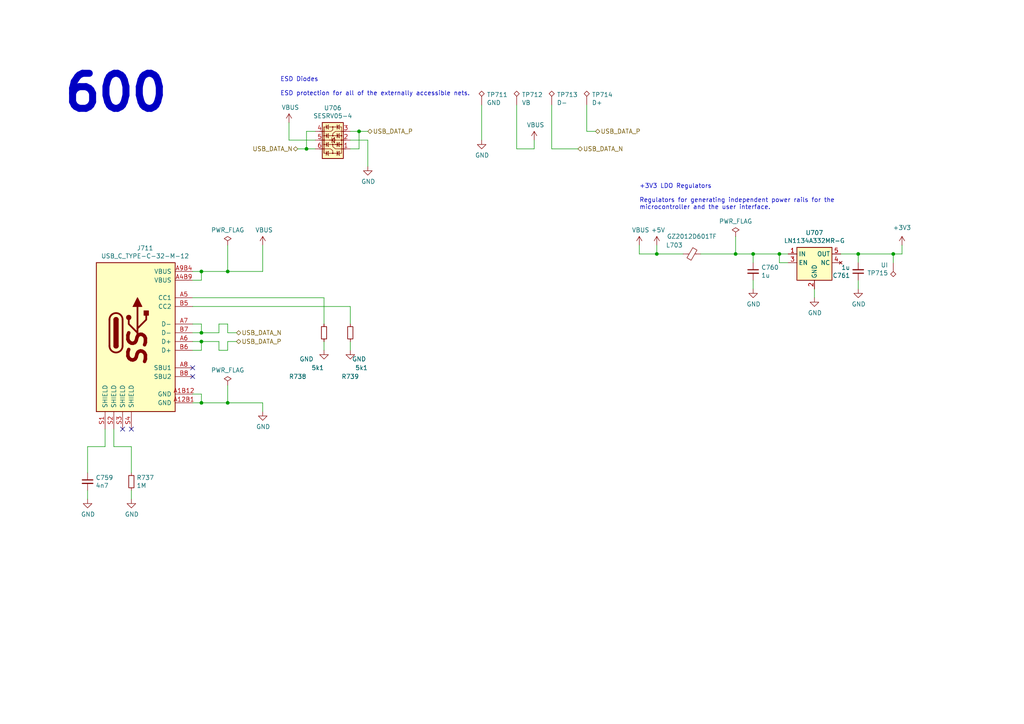
<source format=kicad_sch>
(kicad_sch (version 20230121) (generator eeschema)
  (paper "A4")
  (lib_symbols
    (symbol "Connector:TestPoint_Alt" (pin_numbers hide) (pin_names (offset 0.762) hide)
      (property "Reference" "TP" (at 0 6.858 0))
      (property "Value" "TestPoint_Alt" (at 0 5.08 0))
      (symbol "TestPoint_Alt_0_1"
        (polyline (pts (xy 0 2.54) (xy -0.762 3.302) (xy 0 4.064) (xy 0.762 3.302) (xy 0 2.54)))
      )
      (symbol "TestPoint_Alt_1_1"
        (pin passive line (at 0 0 90) (length 2.54) (name "1") (number "1"))
      )
    )
    (symbol "power:+3V3" (power) (pin_names (offset 0))
      (property "Value" "+3V3" (at 0 3.556 0))
      (symbol "+3V3_0_1"
        (polyline (pts (xy -0.762 1.27) (xy 0 2.54)))
        (polyline (pts (xy 0 0) (xy 0 2.54)))
        (polyline (pts (xy 0 2.54) (xy 0.762 1.27)))
      )
      (symbol "+3V3_1_1"
        (pin power_in line (at 0 0 90) (length 0) hide (name "+3V3") (number "1"))
      )
    )
    (symbol "power:+5V" (power) (pin_names (offset 0))
      (property "Value" "+5V" (at 0 3.556 0))
      (symbol "+5V_0_1"
        (polyline (pts (xy -0.762 1.27) (xy 0 2.54)))
        (polyline (pts (xy 0 0) (xy 0 2.54)))
        (polyline (pts (xy 0 2.54) (xy 0.762 1.27)))
      )
      (symbol "+5V_1_1"
        (pin power_in line (at 0 0 90) (length 0) hide (name "+5V") (number "1"))
      )
    )
    (symbol "power:GND" (power) (pin_names (offset 0))
      (property "Value" "GND" (at 0 -3.81 0))
      (symbol "GND_0_1"
        (polyline (pts (xy 0 0) (xy 0 -1.27) (xy 1.27 -1.27) (xy 0 -2.54) (xy -1.27 -1.27) (xy 0 -1.27)))
      )
      (symbol "GND_1_1"
        (pin power_in line (at 0 0 270) (length 0) hide (name "GND") (number "1"))
      )
    )
    (symbol "power:PWR_FLAG" (power) (pin_numbers hide) (pin_names (offset 0) hide)
      (property "Value" "PWR_FLAG" (at 0 3.81 0))
      (symbol "PWR_FLAG_0_0"
        (pin power_out line (at 0 0 90) (length 0) (name "pwr") (number "1"))
      )
      (symbol "PWR_FLAG_0_1"
        (polyline (pts (xy 0 0) (xy 0 1.27) (xy -1.016 1.905) (xy 0 2.54) (xy 1.016 1.905) (xy 0 1.27)))
      )
    )
    (symbol "power:VBUS" (power) (pin_names (offset 0))
      (property "Value" "VBUS" (at 0 3.81 0))
      (symbol "VBUS_0_1"
        (polyline (pts (xy -0.762 1.27) (xy 0 2.54)))
        (polyline (pts (xy 0 0) (xy 0 2.54)))
        (polyline (pts (xy 0 2.54) (xy 0.762 1.27)))
      )
      (symbol "VBUS_1_1"
        (pin power_in line (at 0 0 90) (length 0) hide (name "VBUS") (number "1"))
      )
    )
    (symbol "suku_basics:CAP" (pin_numbers hide) (pin_names (offset 0.254) hide)
      (property "Reference" "C" (at 0.254 1.778 0))
      (property "Value" "CAP" (at 0.254 -2.032 0))
      (symbol "CAP_0_1"
        (polyline (pts (xy -1.524 -0.508) (xy 1.524 -0.508)) (stroke (width 0.3302)))
        (polyline (pts (xy -1.524 0.508) (xy 1.524 0.508)) (stroke (width 0.3048)))
      )
      (symbol "CAP_1_1"
        (pin passive line (at 0 2.54 270) (length 2.032) (name "~") (number "1"))
        (pin passive line (at 0 -2.54 90) (length 2.032) (name "~") (number "2"))
      )
    )
    (symbol "suku_basics:FERRIT" (pin_numbers hide) (pin_names (offset 0))
      (property "Reference" "FB" (at 1.905 1.27 0))
      (property "Value" "FERRIT" (at 1.905 -1.27 0))
      (symbol "FERRIT_0_1"
        (polyline (pts (xy 0 -1.27) (xy 0 -0.7874)))
        (polyline (pts (xy 0 0.889) (xy 0 1.2954)))
        (polyline (pts (xy -1.8288 0.2794) (xy -1.1176 1.4986) (xy 1.8288 -0.2032) (xy 1.1176 -1.4224) (xy -1.8288 0.2794)))
      )
      (symbol "FERRIT_1_1"
        (pin passive line (at 0 2.54 270) (length 1.27) (name "~") (number "1"))
        (pin passive line (at 0 -2.54 90) (length 1.27) (name "~") (number "2"))
      )
    )
    (symbol "suku_basics:RES" (pin_numbers hide) (pin_names (offset 0.254) hide)
      (property "Reference" "R" (at 0.762 0.508 0))
      (property "Value" "RES" (at 0.762 -1.016 0))
      (symbol "RES_1_1"
        (rectangle (start -0.762 1.778) (end 0.762 -1.778) (stroke (width 0.2032)))
        (pin passive line (at 0 2.54 270) (length 0.762) (name "~") (number "1"))
        (pin passive line (at 0 -2.54 90) (length 0.762) (name "~") (number "2"))
      )
    )
    (symbol "suku_basics:USB_C_TYPE-C-32-M-12" (pin_names (offset 1.016))
      (property "Reference" "J" (at -10.16 44.45 0))
      (property "Value" "USB_C_TYPE-C-32-M-12" (at 10.16 44.45 0))
      (symbol "USB_C_TYPE-C-32-M-12_0_0"
        (text "SS" (at -0.762 -4.445 900) (effects (font (size 5.08 5.08) bold italic)))
      )
      (symbol "USB_C_TYPE-C-32-M-12_0_1"
        (rectangle (start -12.7 20.32) (end 10.16 -22.86) (stroke (width 0.254)) (fill (type background)))
        (arc (start -8.89 -3.81) (mid -6.985 -5.7067) (end -5.08 -3.81) (stroke (width 0.508)))
        (arc (start -7.62 -3.81) (mid -6.985 -4.4423) (end -6.35 -3.81) (stroke (width 0.254)))
        (arc (start -7.62 -3.81) (mid -6.985 -4.4423) (end -6.35 -3.81) (stroke (width 0.254)) (fill (type outline)))
        (rectangle (start -7.62 -3.81) (end -6.35 3.81) (stroke (width 0.254)) (fill (type outline)))
        (arc (start -6.35 3.81) (mid -6.985 4.4423) (end -7.62 3.81) (stroke (width 0.254)))
        (arc (start -6.35 3.81) (mid -6.985 4.4423) (end -7.62 3.81) (stroke (width 0.254)) (fill (type outline)))
        (arc (start -5.08 3.81) (mid -6.985 5.7067) (end -8.89 3.81) (stroke (width 0.508)))
        (circle (center -3.302 4.445) (radius 0.635) (stroke (width 0.254)) (fill (type outline)))
        (polyline (pts (xy -8.89 -3.81) (xy -8.89 3.81)) (stroke (width 0.508)))
        (polyline (pts (xy -5.08 3.81) (xy -5.08 -3.81)) (stroke (width 0.508)))
        (polyline (pts (xy -0.762 -1.27) (xy -0.762 7.62)) (stroke (width 0.508)))
        (polyline (pts (xy -0.762 0) (xy -3.302 2.54) (xy -3.302 3.81)) (stroke (width 0.508)))
        (polyline (pts (xy -0.762 1.27) (xy 1.778 3.81) (xy 1.778 5.08)) (stroke (width 0.508)))
        (polyline (pts (xy -2.032 7.62) (xy -0.762 10.16) (xy 0.508 7.62) (xy -2.032 7.62)) (stroke (width 0.254)) (fill (type outline)))
        (rectangle (start 1.143 5.08) (end 2.413 6.35) (stroke (width 0.254)) (fill (type outline)))
      )
      (symbol "USB_C_TYPE-C-32-M-12_1_1"
        (pin power_in line (at 15.24 -20.32 180) (length 5.08) (name "GND") (number "A12B1"))
        (pin power_in line (at 15.24 -17.78 180) (length 5.08) (name "GND") (number "A1B12"))
        (pin power_in line (at 15.24 15.24 180) (length 5.08) (name "VBUS") (number "A4B9"))
        (pin bidirectional line (at 15.24 10.16 180) (length 5.08) (name "CC1") (number "A5"))
        (pin bidirectional line (at 15.24 -2.54 180) (length 5.08) (name "D+") (number "A6"))
        (pin bidirectional line (at 15.24 2.54 180) (length 5.08) (name "D-") (number "A7"))
        (pin bidirectional line (at 15.24 -10.16 180) (length 5.08) (name "SBU1") (number "A8"))
        (pin power_in line (at 15.24 17.78 180) (length 5.08) (name "VBUS") (number "A9B4"))
        (pin bidirectional line (at 15.24 7.62 180) (length 5.08) (name "CC2") (number "B5"))
        (pin bidirectional line (at 15.24 -5.08 180) (length 5.08) (name "D+") (number "B6"))
        (pin bidirectional line (at 15.24 0 180) (length 5.08) (name "D-") (number "B7"))
        (pin bidirectional line (at 15.24 -12.7 180) (length 5.08) (name "SBU2") (number "B8"))
        (pin passive line (at -10.16 -27.94 90) (length 5.08) (name "SHIELD") (number "S1"))
        (pin passive line (at -7.62 -27.94 90) (length 5.08) (name "SHIELD") (number "S2"))
        (pin passive line (at -5.08 -27.94 90) (length 5.08) (name "SHIELD") (number "S3"))
        (pin passive line (at -2.54 -27.94 90) (length 5.08) (name "SHIELD") (number "S4"))
      )
    )
    (symbol "suku_basics:U_ESD_4ch"
      (property "Reference" "U" (at -6.985 -2.54 0))
      (property "Value" "U_ESD_4ch" (at 6.35 1.27 90))
      (symbol "U_ESD_4ch_0_1"
        (rectangle (start -5.334 3.048) (end 5.08 -3.048) (stroke (width 0.254)) (fill (type background)))
        (circle (center -3.81 0) (radius 0.127))
        (circle (center -3.81 0) (radius 0.127))
        (circle (center -1.27 -2.54) (radius 0.127))
        (circle (center -1.27 -2.54) (radius 0.127))
        (circle (center -1.27 0) (radius 0.127))
        (circle (center -1.27 0) (radius 0.127))
        (circle (center -1.27 2.54) (radius 0.127))
        (circle (center -1.27 2.54) (radius 0.127))
        (circle (center 0 -2.54) (radius 0.127))
        (circle (center 0 -2.54) (radius 0.127))
        (polyline (pts (xy -4.445 -1.27) (xy -3.175 -1.27)))
        (polyline (pts (xy -4.445 -1.27) (xy -3.175 -1.27)))
        (polyline (pts (xy -4.445 1.905) (xy -3.175 1.905)))
        (polyline (pts (xy -3.81 -2.54) (xy -3.81 -0.635)))
        (polyline (pts (xy -3.81 -2.54) (xy 3.81 -2.54)))
        (polyline (pts (xy -3.81 -0.635) (xy -3.81 0.635)))
        (polyline (pts (xy -3.81 0.635) (xy -3.81 2.54)))
        (polyline (pts (xy -3.81 2.54) (xy 3.81 2.54)))
        (polyline (pts (xy -3.81 2.54) (xy 3.81 2.54)))
        (polyline (pts (xy -1.905 -1.27) (xy -0.635 -1.27)))
        (polyline (pts (xy -1.905 -1.27) (xy -0.635 -1.27)))
        (polyline (pts (xy -1.905 1.905) (xy -0.635 1.905)))
        (polyline (pts (xy -1.27 -2.54) (xy -1.27 -0.635)))
        (polyline (pts (xy -1.27 -2.54) (xy -1.27 -0.635)))
        (polyline (pts (xy -1.27 0.635) (xy -1.27 -0.635)))
        (polyline (pts (xy -1.27 0.635) (xy -1.27 2.54)))
        (polyline (pts (xy 0 -0.889) (xy 0 -3.81)))
        (polyline (pts (xy 0 -0.889) (xy 0 1.016)))
        (polyline (pts (xy 0 -0.889) (xy 0 1.016)))
        (polyline (pts (xy 0 1.016) (xy 0 3.81)))
        (polyline (pts (xy 0.635 -1.27) (xy 1.905 -1.27)))
        (polyline (pts (xy 0.635 -1.27) (xy 1.905 -1.27)))
        (polyline (pts (xy 0.635 1.905) (xy 1.905 1.905)))
        (polyline (pts (xy 1.27 -2.54) (xy 1.27 -0.635)))
        (polyline (pts (xy 1.27 -2.54) (xy 1.27 -0.635)))
        (polyline (pts (xy 1.27 0.635) (xy 1.27 -0.635)))
        (polyline (pts (xy 1.27 0.635) (xy 1.27 2.54)))
        (polyline (pts (xy 3.175 -1.27) (xy 4.445 -1.27)))
        (polyline (pts (xy 3.175 -1.27) (xy 4.445 -1.27)))
        (polyline (pts (xy 3.175 1.905) (xy 4.445 1.905)))
        (polyline (pts (xy 3.81 -2.54) (xy 3.81 -0.635)))
        (polyline (pts (xy 3.81 0.635) (xy 3.81 -0.635)))
        (polyline (pts (xy 3.81 0.635) (xy 3.81 2.54)))
        (polyline (pts (xy 0.762 0.254) (xy -0.762 0.254) (xy -0.762 0)))
        (polyline (pts (xy -4.445 -1.905) (xy -3.175 -1.905) (xy -3.81 -1.27) (xy -4.445 -1.905)))
        (polyline (pts (xy -4.445 1.27) (xy -3.175 1.27) (xy -3.81 1.905) (xy -4.445 1.27)))
        (polyline (pts (xy -2.54 -3.81) (xy -2.54 -0.762) (xy -1.905 0) (xy -1.27 0)))
        (polyline (pts (xy -2.54 3.81) (xy -2.54 0.635) (xy -3.048 0) (xy -3.937 0)))
        (polyline (pts (xy -1.905 -1.905) (xy -0.635 -1.905) (xy -1.27 -1.27) (xy -1.905 -1.905)))
        (polyline (pts (xy -1.905 1.27) (xy -0.635 1.27) (xy -1.27 1.905) (xy -1.905 1.27)))
        (polyline (pts (xy -0.762 -0.508) (xy 0.762 -0.508) (xy 0 0.254) (xy -0.762 -0.508)))
        (polyline (pts (xy -0.762 -0.508) (xy 0.762 -0.508) (xy 0 0.254) (xy -0.762 -0.508)))
        (polyline (pts (xy 0.635 -1.905) (xy 1.905 -1.905) (xy 1.27 -1.27) (xy 0.635 -1.905)))
        (polyline (pts (xy 0.635 1.27) (xy 1.905 1.27) (xy 1.27 1.905) (xy 0.635 1.27)))
        (polyline (pts (xy 2.54 -3.81) (xy 2.54 -0.762) (xy 1.905 0) (xy 1.143 0)))
        (polyline (pts (xy 2.54 3.81) (xy 2.54 0.508) (xy 2.921 0) (xy 3.81 0)))
        (polyline (pts (xy 3.175 -1.905) (xy 4.445 -1.905) (xy 3.81 -1.27) (xy 3.175 -1.905)))
        (polyline (pts (xy 3.175 1.27) (xy 4.445 1.27) (xy 3.81 1.905) (xy 3.175 1.27)))
        (circle (center 0 2.54) (radius 0.127))
        (circle (center 0 2.54) (radius 0.127))
        (circle (center 1.27 -2.54) (radius 0.127))
        (circle (center 1.27 -2.54) (radius 0.127))
        (circle (center 1.27 0) (radius 0.127))
        (circle (center 1.27 0) (radius 0.127))
        (circle (center 1.27 2.54) (radius 0.127))
        (circle (center 1.27 2.54) (radius 0.127))
        (circle (center 3.81 0) (radius 0.127))
        (circle (center 3.81 0) (radius 0.127))
      )
      (symbol "U_ESD_4ch_1_1"
        (pin passive line (at -2.54 -5.08 90) (length 2.54) (name "~") (number "1"))
        (pin passive line (at 0 -5.08 90) (length 2.54) (name "~") (number "2"))
        (pin passive line (at 2.54 -5.08 90) (length 2.54) (name "~") (number "3"))
        (pin passive line (at 2.54 5.08 270) (length 2.54) (name "~") (number "4"))
        (pin passive line (at 0 5.08 270) (length 2.54) (name "~") (number "5"))
        (pin passive line (at -2.54 5.08 270) (length 2.54) (name "~") (number "6"))
      )
    )
    (symbol "suku_basics:U_REGULATOR_SOT23-5"
      (property "Reference" "U" (at -3.81 5.715 0))
      (property "Value" "U_REGULATOR_SOT23-5" (at 0 5.715 0))
      (symbol "U_REGULATOR_SOT23-5_0_1"
        (rectangle (start -5.08 4.445) (end 5.08 -5.08) (stroke (width 0.254)) (fill (type background)))
      )
      (symbol "U_REGULATOR_SOT23-5_1_1"
        (pin power_in line (at -7.62 2.54 0) (length 2.54) (name "IN") (number "1"))
        (pin power_in line (at 0 -7.62 90) (length 2.54) (name "GND") (number "2"))
        (pin input line (at -7.62 0 0) (length 2.54) (name "EN") (number "3"))
        (pin no_connect line (at 7.62 0 180) (length 2.54) (name "NC") (number "4"))
        (pin power_out line (at 7.62 2.54 180) (length 2.54) (name "OUT") (number "5"))
      )
    )
  )
  (junction (at 259.08 73.66))
  (junction (at 58.42 116.84))
  (junction (at 88.9 43.18))
  (junction (at 58.42 78.74))
  (junction (at 226.06 73.66))
  (junction (at 213.36 73.66))
  (junction (at 66.04 116.84))
  (junction (at 58.42 99.06))
  (junction (at 248.92 73.66))
  (junction (at 104.14 38.1))
  (junction (at 190.5 73.66))
  (junction (at 58.42 96.52))
  (junction (at 218.44 73.66))
  (junction (at 66.04 78.74))
  (no_connect (at 38.1 124.46))
  (no_connect (at 55.88 109.22))
  (no_connect (at 35.56 124.46))
  (no_connect (at 55.88 106.68))
  (wire (pts (xy 93.98 93.98) (xy 93.98 86.36)))
  (wire (pts (xy 91.44 38.1) (xy 88.9 38.1)))
  (wire (pts (xy 83.82 35.56) (xy 83.82 40.64)))
  (wire (pts (xy 55.88 96.52) (xy 58.42 96.52)))
  (wire (pts (xy 104.14 38.1) (xy 104.14 43.18)))
  (wire (pts (xy 149.86 30.48) (xy 149.86 43.18)))
  (wire (pts (xy 218.44 73.66) (xy 213.36 73.66)))
  (wire (pts (xy 55.88 114.3) (xy 58.42 114.3)))
  (wire (pts (xy 101.6 38.1) (xy 104.14 38.1)))
  (wire (pts (xy 170.18 30.48) (xy 170.18 38.1)))
  (wire (pts (xy 101.6 93.98) (xy 101.6 88.9)))
  (wire (pts (xy 248.92 81.28) (xy 248.92 83.82)))
  (wire (pts (xy 76.2 119.38) (xy 76.2 116.84)))
  (wire (pts (xy 170.18 38.1) (xy 172.72 38.1)))
  (wire (pts (xy 106.68 40.64) (xy 106.68 48.26)))
  (wire (pts (xy 248.92 73.66) (xy 248.92 76.2)))
  (wire (pts (xy 218.44 73.66) (xy 218.44 76.2)))
  (wire (pts (xy 63.5 101.6) (xy 63.5 99.06)))
  (wire (pts (xy 55.88 99.06) (xy 58.42 99.06)))
  (wire (pts (xy 185.42 73.66) (xy 185.42 71.12)))
  (wire (pts (xy 68.58 99.06) (xy 66.04 99.06)))
  (wire (pts (xy 185.42 73.66) (xy 190.5 73.66)))
  (wire (pts (xy 228.6 76.2) (xy 226.06 76.2)))
  (wire (pts (xy 58.42 81.28) (xy 58.42 78.74)))
  (wire (pts (xy 38.1 144.78) (xy 38.1 142.24)))
  (wire (pts (xy 58.42 116.84) (xy 58.42 114.3)))
  (wire (pts (xy 203.2 73.66) (xy 213.36 73.66)))
  (wire (pts (xy 58.42 101.6) (xy 55.88 101.6)))
  (wire (pts (xy 261.62 71.12) (xy 261.62 73.66)))
  (wire (pts (xy 58.42 93.98) (xy 55.88 93.98)))
  (wire (pts (xy 55.88 116.84) (xy 58.42 116.84)))
  (wire (pts (xy 55.88 81.28) (xy 58.42 81.28)))
  (wire (pts (xy 66.04 101.6) (xy 63.5 101.6)))
  (wire (pts (xy 66.04 78.74) (xy 76.2 78.74)))
  (wire (pts (xy 76.2 116.84) (xy 66.04 116.84)))
  (wire (pts (xy 58.42 78.74) (xy 66.04 78.74)))
  (wire (pts (xy 101.6 40.64) (xy 106.68 40.64)))
  (wire (pts (xy 226.06 73.66) (xy 228.6 73.66)))
  (wire (pts (xy 68.58 96.52) (xy 66.04 96.52)))
  (wire (pts (xy 248.92 73.66) (xy 259.08 73.66)))
  (wire (pts (xy 63.5 99.06) (xy 58.42 99.06)))
  (wire (pts (xy 25.4 137.16) (xy 25.4 129.54)))
  (wire (pts (xy 259.08 73.66) (xy 259.08 76.2)))
  (wire (pts (xy 66.04 96.52) (xy 66.04 93.98)))
  (wire (pts (xy 160.02 43.18) (xy 167.64 43.18)))
  (wire (pts (xy 55.88 88.9) (xy 101.6 88.9)))
  (wire (pts (xy 55.88 86.36) (xy 93.98 86.36)))
  (wire (pts (xy 139.7 40.64) (xy 139.7 30.48)))
  (wire (pts (xy 190.5 73.66) (xy 198.12 73.66)))
  (wire (pts (xy 58.42 99.06) (xy 58.42 101.6)))
  (wire (pts (xy 86.36 43.18) (xy 88.9 43.18)))
  (wire (pts (xy 38.1 129.54) (xy 38.1 137.16)))
  (wire (pts (xy 259.08 73.66) (xy 261.62 73.66)))
  (wire (pts (xy 55.88 78.74) (xy 58.42 78.74)))
  (wire (pts (xy 226.06 76.2) (xy 226.06 73.66)))
  (wire (pts (xy 190.5 71.12) (xy 190.5 73.66)))
  (wire (pts (xy 88.9 38.1) (xy 88.9 43.18)))
  (wire (pts (xy 76.2 78.74) (xy 76.2 71.12)))
  (wire (pts (xy 236.22 83.82) (xy 236.22 86.36)))
  (wire (pts (xy 218.44 81.28) (xy 218.44 83.82)))
  (wire (pts (xy 58.42 96.52) (xy 63.5 96.52)))
  (wire (pts (xy 58.42 96.52) (xy 58.42 93.98)))
  (wire (pts (xy 101.6 101.6) (xy 101.6 99.06)))
  (wire (pts (xy 30.48 124.46) (xy 30.48 129.54)))
  (wire (pts (xy 66.04 111.76) (xy 66.04 116.84)))
  (wire (pts (xy 25.4 129.54) (xy 30.48 129.54)))
  (wire (pts (xy 25.4 144.78) (xy 25.4 142.24)))
  (wire (pts (xy 66.04 116.84) (xy 58.42 116.84)))
  (wire (pts (xy 66.04 99.06) (xy 66.04 101.6)))
  (wire (pts (xy 149.86 43.18) (xy 154.94 43.18)))
  (wire (pts (xy 104.14 38.1) (xy 106.68 38.1)))
  (wire (pts (xy 33.02 124.46) (xy 33.02 129.54)))
  (wire (pts (xy 66.04 71.12) (xy 66.04 78.74)))
  (wire (pts (xy 154.94 43.18) (xy 154.94 40.64)))
  (wire (pts (xy 213.36 73.66) (xy 213.36 68.58)))
  (wire (pts (xy 66.04 93.98) (xy 63.5 93.98)))
  (wire (pts (xy 243.84 73.66) (xy 248.92 73.66)))
  (wire (pts (xy 93.98 101.6) (xy 93.98 99.06)))
  (wire (pts (xy 160.02 30.48) (xy 160.02 43.18)))
  (wire (pts (xy 88.9 43.18) (xy 91.44 43.18)))
  (wire (pts (xy 226.06 73.66) (xy 218.44 73.66)))
  (wire (pts (xy 83.82 40.64) (xy 91.44 40.64)))
  (wire (pts (xy 104.14 43.18) (xy 101.6 43.18)))
  (wire (pts (xy 33.02 129.54) (xy 38.1 129.54)))
  (wire (pts (xy 63.5 93.98) (xy 63.5 96.52)))
  (text "ESD Diodes\n\nESD protection for all of the externally accessible nets." (at 81.28 27.94 0) (effects (font (size 1.27 1.27)) (justify left bottom)))
  (text "+3V3 LDO Regulators\n\nRegulators for generating independent power rails for the\nmicrocontroller and the user interface." (at 185.42 60.96 0) (effects (font (size 1.27 1.27)) (justify left bottom)))
  (text "600" (at 17.78 33.02 0) (effects (font (size 10.16 10.16) (thickness 2.032) bold) (justify left bottom)))
  (hierarchical_label "USB_DATA_N" (shape bidirectional) (at 86.36 43.18 180))
  (hierarchical_label "USB_DATA_P" (shape bidirectional) (at 106.68 38.1 0))
  (hierarchical_label "USB_DATA_N" (shape bidirectional) (at 68.58 96.52 0))
  (hierarchical_label "USB_DATA_P" (shape bidirectional) (at 68.58 99.06 0))
  (hierarchical_label "USB_DATA_N" (shape bidirectional) (at 167.64 43.18 0))
  (hierarchical_label "USB_DATA_P" (shape bidirectional) (at 172.72 38.1 0))
  (symbol (lib_id "Connector:TestPoint_Alt") (at 170.18 30.48 0) (unit 1)
    (property "Reference" "TP714" (at 171.6532 27.4828 0) (effects (justify left)))
    (property "Value" "D+" (at 171.6532 29.7942 0) (effects (justify left)))
    (property "Footprint" "TestPoint:TestPoint_Pad_D1.0mm" (effects hide))
  )
  (symbol (lib_id "Connector:TestPoint_Alt") (at 160.02 30.48 0) (unit 1)
    (property "Reference" "TP713" (at 161.4932 27.4828 0) (effects (justify left)))
    (property "Value" "D-" (at 161.4932 29.7942 0) (effects (justify left)))
    (property "Footprint" "TestPoint:TestPoint_Pad_D1.0mm" (effects hide))
  )
  (symbol (lib_id "Connector:TestPoint_Alt") (at 149.86 30.48 0) (unit 1)
    (property "Reference" "TP712" (at 151.3332 27.4828 0) (effects (justify left)))
    (property "Value" "VB" (at 151.3332 29.7942 0) (effects (justify left)))
    (property "Footprint" "TestPoint:TestPoint_Pad_D1.0mm" (effects hide))
  )
  (symbol (lib_id "Connector:TestPoint_Alt") (at 139.7 30.48 0) (unit 1)
    (property "Reference" "TP711" (at 141.1732 27.4828 0) (effects (justify left)))
    (property "Value" "GND" (at 141.1732 29.7942 0) (effects (justify left)))
    (property "Footprint" "TestPoint:TestPoint_Pad_1.0x1.0mm" (effects hide))
  )
  (symbol (lib_id "power:VBUS") (at 154.94 40.64 0) (unit 1)
    (property "Reference" "#PWR0872" (effects hide))
    (property "Value" "VBUS" (at 155.321 36.2458 0))
  )
  (symbol (lib_id "power:GND") (at 139.7 40.64 0) (unit 1)
    (property "Reference" "#PWR0871" (effects hide))
    (property "Value" "GND" (at 139.827 45.0342 0))
  )
  (symbol (lib_id "Connector:TestPoint_Alt") (at 259.08 76.2 180) (unit 1)
    (property "Reference" "TP715" (at 257.6068 79.1972 0) (effects (justify left)))
    (property "Value" "UI" (at 257.6068 76.8858 0) (effects (justify left)))
    (property "Footprint" "TestPoint:TestPoint_Pad_D1.0mm" (effects hide))
  )
  (symbol (lib_id "suku_basics:U_REGULATOR_SOT23-5") (at 236.22 76.2 0) (unit 1)
    (property "Reference" "U707" (at 236.22 67.5132 0))
    (property "Value" "LN1134A332MR-G" (at 236.22 69.8246 0))
    (property "Footprint" "suku_basics:SOT-23-5" (effects hide))
    (property "Datasheet" "http://www.ti.com/lit/ds/symlink/tlv712.pdf" (effects hide))
  )
  (symbol (lib_id "suku_basics:U_ESD_4ch") (at 96.52 40.64 90) (unit 1)
    (property "Reference" "U706" (at 96.52 31.3182 90))
    (property "Value" "SESRV05-4" (at 96.52 33.6296 90))
    (property "Footprint" "suku_basics:SOT-23-6" (effects hide))
    (property "Datasheet" "http://www.onsemi.com/pub_link/Collateral/NUP4202W1-D.PDF" (effects hide))
  )
  (symbol (lib_id "power:GND") (at 106.68 48.26 0) (unit 1)
    (property "Reference" "#PWR0870" (effects hide))
    (property "Value" "GND" (at 106.807 52.6542 0))
  )
  (symbol (lib_id "power:VBUS") (at 83.82 35.56 0) (unit 1)
    (property "Reference" "#PWR0867" (effects hide))
    (property "Value" "VBUS" (at 84.201 31.1658 0))
  )
  (symbol (lib_id "power:GND") (at 248.92 83.82 0) (unit 1)
    (property "Reference" "#PWR0877" (effects hide))
    (property "Value" "GND" (at 249.047 88.2142 0))
  )
  (symbol (lib_id "suku_basics:CAP") (at 218.44 78.74 0) (unit 1)
    (property "Reference" "C760" (at 220.7768 77.5716 0) (effects (justify left)))
    (property "Value" "1u" (at 220.7768 79.883 0) (effects (justify left)))
    (property "Footprint" "suku_basics:CAP_0402" (effects hide))
  )
  (symbol (lib_id "suku_basics:CAP") (at 248.92 78.74 180) (unit 1)
    (property "Reference" "C761" (at 246.5832 79.9084 0) (effects (justify left)))
    (property "Value" "1u" (at 246.5832 77.597 0) (effects (justify left)))
    (property "Footprint" "suku_basics:CAP_0402" (effects hide))
  )
  (symbol (lib_id "power:+5V") (at 190.5 71.12 0) (unit 1)
    (property "Reference" "#PWR0874" (effects hide))
    (property "Value" "+5V" (at 190.881 66.7258 0))
  )
  (symbol (lib_id "power:VBUS") (at 185.42 71.12 0) (unit 1)
    (property "Reference" "#PWR0873" (effects hide))
    (property "Value" "VBUS" (at 185.801 66.7258 0))
  )
  (symbol (lib_id "suku_basics:FERRIT") (at 200.66 73.66 270) (unit 1)
    (property "Reference" "L703" (at 195.58 71.12 90))
    (property "Value" "GZ2012D601TF" (at 200.66 68.58 90))
    (property "Footprint" "suku_basics:FERRIT_0805" (effects hide))
  )
  (symbol (lib_id "power:PWR_FLAG") (at 213.36 68.58 0) (unit 1)
    (property "Reference" "#FLG0704" (effects hide))
    (property "Value" "PWR_FLAG" (at 213.36 64.1858 0))
  )
  (symbol (lib_id "suku_basics:RES") (at 101.6 96.52 0) (mirror y) (unit 1)
    (property "Reference" "R739" (at 104.14 109.22 0) (effects (justify left)))
    (property "Value" "5k1" (at 106.68 106.68 0) (effects (justify left)))
    (property "Footprint" "suku_basics:RES_0402" (effects hide))
  )
  (symbol (lib_id "power:GND") (at 101.6 101.6 0) (mirror y) (unit 1)
    (property "Reference" "#PWR0869" (effects hide))
    (property "Value" "GND" (at 104.14 104.14 0))
  )
  (symbol (lib_id "suku_basics:RES") (at 93.98 96.52 0) (mirror y) (unit 1)
    (property "Reference" "R738" (at 88.9 109.22 0) (effects (justify left)))
    (property "Value" "5k1" (at 93.98 106.68 0) (effects (justify left)))
    (property "Footprint" "suku_basics:RES_0402" (effects hide))
  )
  (symbol (lib_id "power:GND") (at 93.98 101.6 0) (mirror y) (unit 1)
    (property "Reference" "#PWR0868" (effects hide))
    (property "Value" "GND" (at 88.9 104.14 0))
  )
  (symbol (lib_id "suku_basics:USB_C_TYPE-C-32-M-12") (at 40.64 96.52 0) (unit 1)
    (property "Reference" "J711" (at 42.0878 71.9582 0))
    (property "Value" "USB_C_TYPE-C-32-M-12" (at 42.0878 74.2696 0))
    (property "Footprint" "suku_basics:USB_C_Korean_Hroparts_TYPE-C-31-M-12" (effects hide))
  )
  (symbol (lib_id "power:GND") (at 38.1 144.78 0) (unit 1)
    (property "Reference" "#PWR0864" (effects hide))
    (property "Value" "GND" (at 38.227 149.1742 0))
  )
  (symbol (lib_id "suku_basics:RES") (at 38.1 139.7 0) (unit 1)
    (property "Reference" "R737" (at 39.5986 138.5316 0) (effects (justify left)))
    (property "Value" "1M" (at 39.5986 140.843 0) (effects (justify left)))
    (property "Footprint" "suku_basics:RES_0402" (effects hide))
  )
  (symbol (lib_id "power:GND") (at 25.4 144.78 0) (unit 1)
    (property "Reference" "#PWR0863" (effects hide))
    (property "Value" "GND" (at 25.527 149.1742 0))
  )
  (symbol (lib_id "suku_basics:CAP") (at 25.4 139.7 0) (unit 1)
    (property "Reference" "C759" (at 27.7368 138.5316 0) (effects (justify left)))
    (property "Value" "4n7" (at 27.7368 140.843 0) (effects (justify left)))
    (property "Footprint" "suku_basics:CAP_0402" (effects hide))
  )
  (symbol (lib_id "power:VBUS") (at 76.2 71.12 0) (unit 1)
    (property "Reference" "#PWR0865" (effects hide))
    (property "Value" "VBUS" (at 76.581 66.7258 0))
  )
  (symbol (lib_id "power:PWR_FLAG") (at 66.04 71.12 0) (unit 1)
    (property "Reference" "#FLG0702" (effects hide))
    (property "Value" "PWR_FLAG" (at 66.04 66.7258 0))
  )
  (symbol (lib_id "power:GND") (at 76.2 119.38 0) (unit 1)
    (property "Reference" "#PWR0866" (effects hide))
    (property "Value" "GND" (at 76.327 123.7742 0))
  )
  (symbol (lib_id "power:PWR_FLAG") (at 66.04 111.76 0) (unit 1)
    (property "Reference" "#FLG0703" (effects hide))
    (property "Value" "PWR_FLAG" (at 66.04 107.3658 0))
  )
  (symbol (lib_id "power:GND") (at 236.22 86.36 0) (unit 1)
    (property "Reference" "#PWR0876" (effects hide))
    (property "Value" "GND" (at 236.347 90.7542 0))
  )
  (symbol (lib_id "power:GND") (at 218.44 83.82 0) (unit 1)
    (property "Reference" "#PWR0875" (effects hide))
    (property "Value" "GND" (at 218.567 88.2142 0))
  )
  (symbol (lib_id "power:+3V3") (at 261.62 71.12 0) (unit 1)
    (property "Reference" "#PWR0878" (effects hide))
    (property "Value" "+3V3" (at 261.62 66.04 0))
  )
)
</source>
